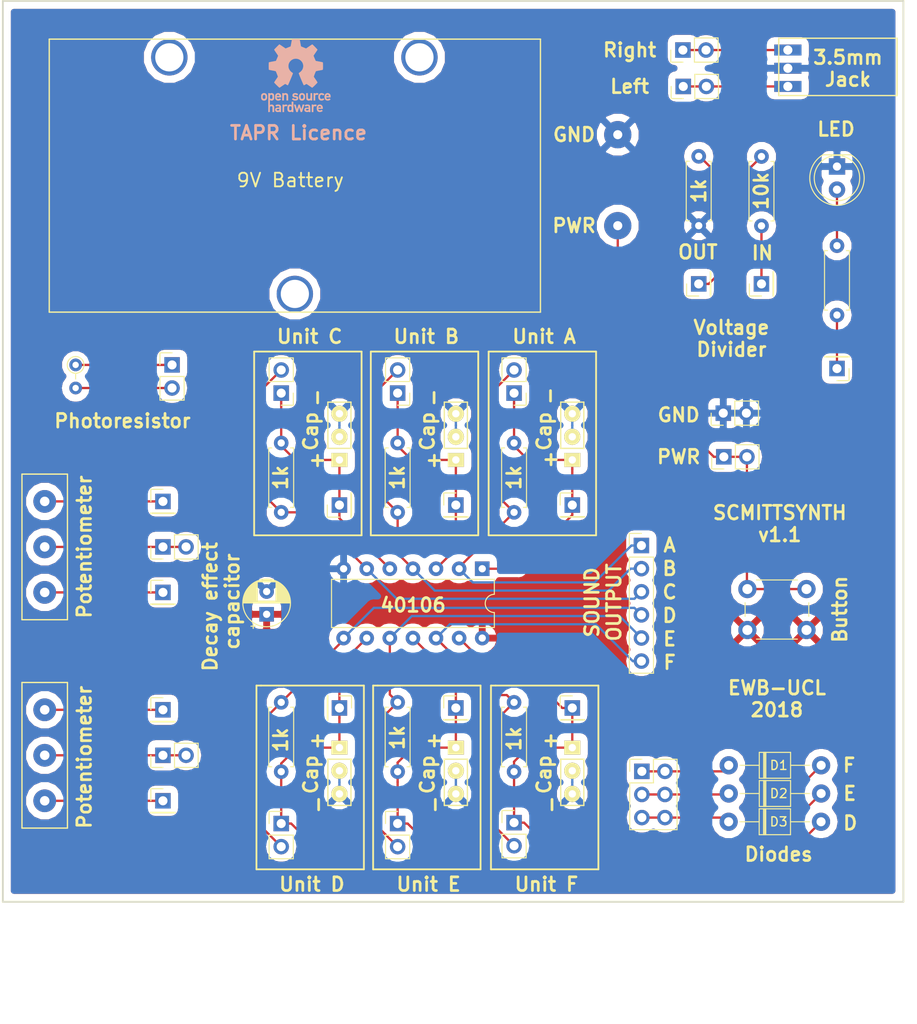
<source format=kicad_pcb>
(kicad_pcb (version 20171130) (host pcbnew "(5.0.0)")
  (layers (0 F.Cu signal hide) (31 B.Cu signal hide) (34 B.Paste user hide) (35 F.Paste user hide) (36 B.SilkS user) (37 F.SilkS user) (38 B.Mask user) (39 F.Mask user) (44 Edge.Cuts user))
  (net 0 "")
  (net 1 GND)
  (net 2 "Net-(C2-Pad1)")
  (net 3 /SYN1)
  (net 4 PWR)
  (net 5 /SYN3)
  (net 6 /SYN2)
  (net 7 "Net-(D1-Pad1)")
  (net 8 "Net-(D2-Pad1)")
  (net 9 "Net-(D3-Pad1)")
  (net 10 "Net-(J27-Pad1)")
  (net 11 "Net-(J29-Pad1)")
  (net 12 "Net-(J30-Pad1)")
  (net 13 "Net-(D4-Pad2)")
  (net 14 "Net-(J21-Pad1)")
  (net 15 "Net-(J19-Pad1)")
  (net 16 "Net-(J23-Pad1)")
  (net 17 "Net-(J24-Pad1)")
  (net 18 "Net-(J25-Pad1)")
  (net 19 "Net-(J26-Pad1)")
  (net 20 "Net-(J28-Pad1)")
  (net 21 "Net-(J31-Pad1)")
  (net 22 /OUTF)
  (net 23 /OUTE)
  (net 24 /OUTD)
  (net 25 /OUTC)
  (net 26 /OUTB)
  (net 27 /OUTA)
  (net 28 "Net-(J101-Pad1)")
  (net 29 "Net-(J101-Pad2)")
  (net 30 "Net-(C3-Pad1)")
  (net 31 "Net-(C1-Pad1)")
  (net 32 /BATT_9V)
  (module "AAA_Project Footprints:Jack_3.5mm_Boom_Precision_DC-003A" (layer F.Cu) (at 140.7 91.5 180)
    (fp_text reference J32)
    (fp_text value Audio-Jack-3)
    (pad 1 thru_hole rect (at 9 5 180) (size 3 1.2) (drill 1) (layers *.Cu *.Mask) (net 10 "Net-(J27-Pad1)"))
    (pad 3 thru_hole rect (at 9 3 180) (size 3 1.2) (drill 1) (layers *.Cu *.Mask) (net 1 GND))
    (pad 2 thru_hole rect (at 9 1 180) (size 3 1.2) (drill 1) (layers *.Cu *.Mask) (net 11 "Net-(J29-Pad1)"))
  )
  (module OSHW_Symbol:OSHW-Logo_7.5x8mm_SilkScreen_back (layer F.Cu) (at 77.6 89.3)
    (fp_text reference REF** hide)
    (fp_text value OSHW-Logo_7.5x8mm_SilkScreen_back hide)
  )
  (module Connector_PinHeader_2.54mm:PinHeader_1x02_P2.54mm_Vertical (layer F.Cu) (at 64 121.1)
    (fp_text reference J101)
    (fp_text value Conn_01x02)
    (pad 1 thru_hole rect (at 0 0) (size 1.7 1.7) (drill 1) (layers *.Cu *.Mask) (net 28 "Net-(J101-Pad1)"))
    (pad 2 thru_hole oval (at 0 2.54) (size 1.7 1.7) (drill 1) (layers *.Cu *.Mask) (net 29 "Net-(J101-Pad2)"))
  )
  (module Resistor_THT:R_Axial_DIN0204_L3.6mm_D1.6mm_P2.54mm_Vertical (layer F.Cu) (at 53.4 121.1 270)
    (fp_text reference R101)
    (fp_text value R_PHOTO)
    (pad 1 thru_hole circle (at 0 0 270) (size 1.4 1.4) (drill 0.7) (layers *.Cu *.Mask) (net 28 "Net-(J101-Pad1)"))
    (pad 2 thru_hole oval (at 2.54 0 270) (size 1.4 1.4) (drill 0.7) (layers *.Cu *.Mask) (net 29 "Net-(J101-Pad2)"))
  )
  (module Connector_PinHeader_2.54mm:PinHeader_1x06_P2.54mm_Vertical (layer F.Cu) (at 115.6 140.95)
    (fp_text reference J100)
    (fp_text value Conn_01x06)
    (pad 1 thru_hole rect (at 0 0) (size 1.7 1.7) (drill 1) (layers *.Cu *.Mask) (net 27 /OUTA))
    (pad 2 thru_hole oval (at 0 2.54) (size 1.7 1.7) (drill 1) (layers *.Cu *.Mask) (net 26 /OUTB))
    (pad 3 thru_hole oval (at 0 5.08) (size 1.7 1.7) (drill 1) (layers *.Cu *.Mask) (net 25 /OUTC))
    (pad 4 thru_hole oval (at 0 7.62) (size 1.7 1.7) (drill 1) (layers *.Cu *.Mask) (net 24 /OUTD))
    (pad 5 thru_hole oval (at 0 10.16) (size 1.7 1.7) (drill 1) (layers *.Cu *.Mask) (net 23 /OUTE))
    (pad 6 thru_hole oval (at 0 12.7) (size 1.7 1.7) (drill 1) (layers *.Cu *.Mask) (net 22 /OUTF))
  )
  (module Connector_PinHeader_2.54mm:PinHeader_1x01_P2.54mm_Vertical (layer F.Cu) (at 95.2 136.5)
    (fp_text reference J8)
    (fp_text value Conn_01x01)
    (pad 1 thru_hole rect (at 0 0) (size 1.7 1.7) (drill 1) (layers *.Cu *.Mask) (net 2 "Net-(C2-Pad1)"))
  )
  (module "AAA_Project Footprints:BatteryHolder_COMF_BH9VA_1x6F22(9V)" (layer F.Cu) (at 50 84.8)
    (fp_text reference BT1)
    (fp_text value Battery_Cell)
    (fp_text user "9V Battery" (at 27 16) (layer F.SilkS) (effects (font (size 1.5 1.5) (thickness 0.2))))
    (pad 2 thru_hole circle (at 63 11) (size 3 3) (drill 1) (layers *.Cu *.Mask) (net 1 GND))
    (pad 1 thru_hole circle (at 63 21) (size 3 3) (drill 1) (layers *.Cu *.Mask) (net 32 /BATT_9V))
  )
  (module LED_THT:LED_D5.0mm (layer F.Cu) (at 137.1 99.3 270)
    (fp_text reference D4)
    (fp_text value LED)
    (pad 1 thru_hole rect (at 0 0 270) (size 1.8 1.8) (drill 0.9) (layers *.Cu *.Mask) (net 1 GND))
    (pad 2 thru_hole circle (at 2.54 0 270) (size 1.8 1.8) (drill 0.9) (layers *.Cu *.Mask) (net 13 "Net-(D4-Pad2)"))
  )
  (module Resistor_THT:R_Axial_DIN0207_L6.3mm_D2.5mm_P7.62mm_Horizontal (layer F.Cu) (at 88.8 158.18 270)
    (fp_text reference R5)
    (fp_text value R)
    (pad 1 thru_hole circle (at 0 0 270) (size 1.6 1.6) (drill 0.8) (layers *.Cu *.Mask) (net 23 /OUTE))
    (pad 2 thru_hole oval (at 7.62 0 270) (size 1.6 1.6) (drill 0.8) (layers *.Cu *.Mask) (net 6 /SYN2))
  )
  (module "AAA_Project Footprints:Diode_P10.16mm_Horizontal" (layer F.Cu) (at 125.189434 171.304251)
    (fp_text reference D3 (at 5.5 0) (layer F.SilkS))
    (fp_text value D)
    (pad 1 thru_hole circle (at 0 0) (size 2 2) (drill 1) (layers *.Cu *.Mask) (net 9 "Net-(D3-Pad1)"))
    (pad 2 thru_hole oval (at 10.16 0) (size 2 2) (drill 1) (layers *.Cu *.Mask) (net 5 /SYN3))
  )
  (module "AAA_Project Footprints:Diode_P10.16mm_Horizontal" (layer F.Cu) (at 125.2 168.2)
    (fp_text reference D2 (at 5.5 0) (layer F.SilkS))
    (fp_text value D)
    (pad 2 thru_hole oval (at 10.16 0) (size 2 2) (drill 1) (layers *.Cu *.Mask) (net 6 /SYN2))
    (pad 1 thru_hole circle (at 0 0) (size 2 2) (drill 1) (layers *.Cu *.Mask) (net 8 "Net-(D2-Pad1)"))
  )
  (module "AAA_Project Footprints:Diode_P10.16mm_Horizontal" (layer F.Cu) (at 125.2 165.1)
    (fp_text reference D1 (at 5.5 0) (layer F.SilkS))
    (fp_text value D)
    (pad 1 thru_hole circle (at 0 0) (size 2 2) (drill 1) (layers *.Cu *.Mask) (net 7 "Net-(D1-Pad1)"))
    (pad 2 thru_hole oval (at 10.16 0) (size 2 2) (drill 1) (layers *.Cu *.Mask) (net 3 /SYN1))
  )
  (module "AAA_Project Footprints:cap_2+3" (layer F.Cu) (at 108 129 90)
    (fp_text reference C1)
    (fp_text value CP)
    (pad 1 thru_hole rect (at -2.54 0 90) (size 1.524 1.778) (drill 0.8128) (layers *.Cu *.Mask F.SilkS) (net 31 "Net-(C1-Pad1)"))
    (pad 2 thru_hole circle (at 0 0 90) (size 1.778 1.778) (drill 0.8128) (layers *.Cu *.Mask F.SilkS) (net 1 GND))
    (pad 2 thru_hole circle (at 2.54 0 90) (size 1.778 1.778) (drill 0.8128) (layers *.Cu *.Mask F.SilkS) (net 1 GND))
  )
  (module "AAA_Project Footprints:cap_2+3" (layer F.Cu) (at 95.2 129 90)
    (fp_text reference C2)
    (fp_text value CP)
    (pad 2 thru_hole circle (at 2.54 0 90) (size 1.778 1.778) (drill 0.8128) (layers *.Cu *.Mask F.SilkS) (net 1 GND))
    (pad 2 thru_hole circle (at 0 0 90) (size 1.778 1.778) (drill 0.8128) (layers *.Cu *.Mask F.SilkS) (net 1 GND))
    (pad 1 thru_hole rect (at -2.54 0 90) (size 1.524 1.778) (drill 0.8128) (layers *.Cu *.Mask F.SilkS) (net 2 "Net-(C2-Pad1)"))
  )
  (module "AAA_Project Footprints:cap_2+3" (layer F.Cu) (at 82.4 129 90)
    (fp_text reference C3)
    (fp_text value CP)
    (pad 2 thru_hole circle (at 2.54 0 90) (size 1.778 1.778) (drill 0.8128) (layers *.Cu *.Mask F.SilkS) (net 1 GND))
    (pad 2 thru_hole circle (at 0 0 90) (size 1.778 1.778) (drill 0.8128) (layers *.Cu *.Mask F.SilkS) (net 1 GND))
    (pad 1 thru_hole rect (at -2.54 0 90) (size 1.524 1.778) (drill 0.8128) (layers *.Cu *.Mask F.SilkS) (net 30 "Net-(C3-Pad1)"))
  )
  (module "AAA_Project Footprints:cap_2+3" (layer F.Cu) (at 82.4 165.7 270)
    (fp_text reference C4)
    (fp_text value CP)
    (pad 2 thru_hole circle (at 2.54 0 270) (size 1.778 1.778) (drill 0.8128) (layers *.Cu *.Mask F.SilkS) (net 1 GND))
    (pad 2 thru_hole circle (at 0 0 270) (size 1.778 1.778) (drill 0.8128) (layers *.Cu *.Mask F.SilkS) (net 1 GND))
    (pad 1 thru_hole rect (at -2.54 0 270) (size 1.524 1.778) (drill 0.8128) (layers *.Cu *.Mask F.SilkS) (net 5 /SYN3))
  )
  (module "AAA_Project Footprints:cap_2+3" (layer F.Cu) (at 108 165.7 270)
    (fp_text reference C6)
    (fp_text value CP)
    (pad 1 thru_hole rect (at -2.54 0 270) (size 1.524 1.778) (drill 0.8128) (layers *.Cu *.Mask F.SilkS) (net 3 /SYN1))
    (pad 2 thru_hole circle (at 0 0 270) (size 1.778 1.778) (drill 0.8128) (layers *.Cu *.Mask F.SilkS) (net 1 GND))
    (pad 2 thru_hole circle (at 2.54 0 270) (size 1.778 1.778) (drill 0.8128) (layers *.Cu *.Mask F.SilkS) (net 1 GND))
  )
  (module Connector_PinHeader_2.54mm:PinHeader_1x02_P2.54mm_Vertical (layer F.Cu) (at 101.6 124.2 180)
    (fp_text reference J2)
    (fp_text value Conn_01x02)
    (pad 2 thru_hole oval (at 0 2.54 180) (size 1.7 1.7) (drill 1) (layers *.Cu *.Mask) (net 27 /OUTA))
    (pad 1 thru_hole rect (at 0 0 180) (size 1.7 1.7) (drill 1) (layers *.Cu *.Mask) (net 31 "Net-(C1-Pad1)"))
  )
  (module Connector_PinHeader_2.54mm:PinHeader_1x02_P2.54mm_Vertical (layer F.Cu) (at 76 171.5)
    (fp_text reference J9)
    (fp_text value Conn_01x02)
    (pad 2 thru_hole oval (at 0 2.54) (size 1.7 1.7) (drill 1) (layers *.Cu *.Mask) (net 24 /OUTD))
    (pad 1 thru_hole rect (at 0 0) (size 1.7 1.7) (drill 1) (layers *.Cu *.Mask) (net 5 /SYN3))
  )
  (module Connector_PinHeader_2.54mm:PinHeader_1x02_P2.54mm_Vertical (layer F.Cu) (at 124.66 131.2 90)
    (fp_text reference J18)
    (fp_text value Conn_01x02)
    (pad 2 thru_hole oval (at 0 2.54 90) (size 1.7 1.7) (drill 1) (layers *.Cu *.Mask) (net 32 /BATT_9V))
    (pad 1 thru_hole rect (at 0 0 90) (size 1.7 1.7) (drill 1) (layers *.Cu *.Mask) (net 32 /BATT_9V))
  )
  (module Connector_PinHeader_2.54mm:PinHeader_1x01_P2.54mm_Vertical (layer F.Cu) (at 63 169)
    (fp_text reference J19)
    (fp_text value Conn_01x01)
    (pad 1 thru_hole rect (at 0 0) (size 1.7 1.7) (drill 1) (layers *.Cu *.Mask) (net 15 "Net-(J19-Pad1)"))
  )
  (module Connector_PinHeader_2.54mm:PinHeader_1x02_P2.54mm_Vertical (layer F.Cu) (at 124.6 126.4 90)
    (fp_text reference J22)
    (fp_text value Conn_01x02)
    (pad 2 thru_hole oval (at 0 2.54 90) (size 1.7 1.7) (drill 1) (layers *.Cu *.Mask) (net 1 GND))
    (pad 1 thru_hole rect (at 0 0 90) (size 1.7 1.7) (drill 1) (layers *.Cu *.Mask) (net 1 GND))
  )
  (module Connector_PinHeader_2.54mm:PinHeader_1x01_P2.54mm_Vertical (layer F.Cu) (at 128.8 112.2 90)
    (fp_text reference J26)
    (fp_text value Conn_01x01)
    (pad 1 thru_hole rect (at 0 0 90) (size 1.7 1.7) (drill 1) (layers *.Cu *.Mask) (net 19 "Net-(J26-Pad1)"))
  )
  (module Connector_PinHeader_2.54mm:PinHeader_1x01_P2.54mm_Vertical (layer F.Cu) (at 121.9 112.2 90)
    (fp_text reference J30)
    (fp_text value Conn_01x01)
    (pad 1 thru_hole rect (at 0 0 90) (size 1.7 1.7) (drill 1) (layers *.Cu *.Mask) (net 12 "Net-(J30-Pad1)"))
  )
  (module Connector_PinHeader_2.54mm:PinHeader_1x01_P2.54mm_Vertical (layer F.Cu) (at 63 146.1)
    (fp_text reference J31)
    (fp_text value Conn_01x01)
    (pad 1 thru_hole rect (at 0 0) (size 1.7 1.7) (drill 1) (layers *.Cu *.Mask) (net 21 "Net-(J31-Pad1)"))
  )
  (module Resistor_THT:R_Axial_DIN0207_L6.3mm_D2.5mm_P7.62mm_Horizontal (layer F.Cu) (at 101.6 137.3 90)
    (fp_text reference R1)
    (fp_text value R)
    (pad 2 thru_hole oval (at 7.62 0 90) (size 1.6 1.6) (drill 0.8) (layers *.Cu *.Mask) (net 31 "Net-(C1-Pad1)"))
    (pad 1 thru_hole circle (at 0 0 90) (size 1.6 1.6) (drill 0.8) (layers *.Cu *.Mask) (net 27 /OUTA))
  )
  (module Resistor_THT:R_Axial_DIN0207_L6.3mm_D2.5mm_P7.62mm_Horizontal (layer F.Cu) (at 88.8 137.3 90)
    (fp_text reference R2)
    (fp_text value R)
    (pad 1 thru_hole circle (at 0 0 90) (size 1.6 1.6) (drill 0.8) (layers *.Cu *.Mask) (net 26 /OUTB))
    (pad 2 thru_hole oval (at 7.62 0 90) (size 1.6 1.6) (drill 0.8) (layers *.Cu *.Mask) (net 2 "Net-(C2-Pad1)"))
  )
  (module Resistor_THT:R_Axial_DIN0207_L6.3mm_D2.5mm_P7.62mm_Horizontal (layer F.Cu) (at 76 137.3 90)
    (fp_text reference R3)
    (fp_text value R)
    (pad 1 thru_hole circle (at 0 0 90) (size 1.6 1.6) (drill 0.8) (layers *.Cu *.Mask) (net 25 /OUTC))
    (pad 2 thru_hole oval (at 7.62 0 90) (size 1.6 1.6) (drill 0.8) (layers *.Cu *.Mask) (net 30 "Net-(C3-Pad1)"))
  )
  (module Resistor_THT:R_Axial_DIN0207_L6.3mm_D2.5mm_P7.62mm_Horizontal (layer F.Cu) (at 76 158.18 270)
    (fp_text reference R4)
    (fp_text value R)
    (pad 2 thru_hole oval (at 7.62 0 270) (size 1.6 1.6) (drill 0.8) (layers *.Cu *.Mask) (net 5 /SYN3))
    (pad 1 thru_hole circle (at 0 0 270) (size 1.6 1.6) (drill 0.8) (layers *.Cu *.Mask) (net 24 /OUTD))
  )
  (module Resistor_THT:R_Axial_DIN0207_L6.3mm_D2.5mm_P7.62mm_Horizontal (layer F.Cu) (at 101.6 158.18 270)
    (fp_text reference R6)
    (fp_text value R)
    (pad 1 thru_hole circle (at 0 0 270) (size 1.6 1.6) (drill 0.8) (layers *.Cu *.Mask) (net 22 /OUTF))
    (pad 2 thru_hole oval (at 7.62 0 270) (size 1.6 1.6) (drill 0.8) (layers *.Cu *.Mask) (net 3 /SYN1))
  )
  (module Resistor_THT:R_Axial_DIN0207_L6.3mm_D2.5mm_P7.62mm_Horizontal (layer F.Cu) (at 137.1 108 270)
    (fp_text reference R7)
    (fp_text value R)
    (pad 1 thru_hole circle (at 0 0 270) (size 1.6 1.6) (drill 0.8) (layers *.Cu *.Mask) (net 13 "Net-(D4-Pad2)"))
    (pad 2 thru_hole oval (at 7.62 0 270) (size 1.6 1.6) (drill 0.8) (layers *.Cu *.Mask) (net 17 "Net-(J24-Pad1)"))
  )
  (module Resistor_THT:R_Axial_DIN0207_L6.3mm_D2.5mm_P7.62mm_Horizontal (layer F.Cu) (at 128.8 98.2 270)
    (fp_text reference R8)
    (fp_text value R)
    (pad 2 thru_hole oval (at 7.62 0 270) (size 1.6 1.6) (drill 0.8) (layers *.Cu *.Mask) (net 19 "Net-(J26-Pad1)"))
    (pad 1 thru_hole circle (at 0 0 270) (size 1.6 1.6) (drill 0.8) (layers *.Cu *.Mask) (net 12 "Net-(J30-Pad1)"))
  )
  (module Resistor_THT:R_Axial_DIN0207_L6.3mm_D2.5mm_P7.62mm_Horizontal (layer F.Cu) (at 121.9 105.8 90)
    (fp_text reference R9)
    (fp_text value R)
    (pad 2 thru_hole oval (at 7.62 0 90) (size 1.6 1.6) (drill 0.8) (layers *.Cu *.Mask) (net 12 "Net-(J30-Pad1)"))
    (pad 1 thru_hole circle (at 0 0 90) (size 1.6 1.6) (drill 0.8) (layers *.Cu *.Mask) (net 1 GND))
  )
  (module "AAA_Project Footprints:SR_PASSIVES_POT_PW1.00_P5.00" (layer F.Cu) (at 50 164 270)
    (fp_text reference RV1)
    (fp_text value POT)
    (pad 3 thru_hole circle (at 5 0 270) (size 2.5 2.5) (drill 1.05) (layers *.Cu *.Mask) (net 15 "Net-(J19-Pad1)"))
    (pad 2 thru_hole circle (at 0 0 270) (size 2.5 2.5) (drill 1.05) (layers *.Cu *.Mask) (net 14 "Net-(J21-Pad1)"))
    (pad 1 thru_hole circle (at -5 0 270) (size 2.5 2.5) (drill 1.05) (layers *.Cu *.Mask) (net 16 "Net-(J23-Pad1)"))
  )
  (module "AAA_Project Footprints:SR_PASSIVES_POT_PW1.00_P5.00" (layer F.Cu) (at 50 141.1 90)
    (fp_text reference RV2)
    (fp_text value POT)
    (pad 1 thru_hole circle (at -5 0 90) (size 2.5 2.5) (drill 1.05) (layers *.Cu *.Mask) (net 21 "Net-(J31-Pad1)"))
    (pad 2 thru_hole circle (at 0 0 90) (size 2.5 2.5) (drill 1.05) (layers *.Cu *.Mask) (net 20 "Net-(J28-Pad1)"))
    (pad 3 thru_hole circle (at 5 0 90) (size 2.5 2.5) (drill 1.05) (layers *.Cu *.Mask) (net 18 "Net-(J25-Pad1)"))
  )
  (module Button_Switch_THT:SW_PUSH_6mm (layer F.Cu) (at 127.25 145.7325)
    (fp_text reference SW1)
    (fp_text value SW_DIP_x02)
    (pad 2 thru_hole circle (at 0 4.5 90) (size 2 2) (drill 1.1) (layers *.Cu *.Mask) (net 4 PWR))
    (pad 1 thru_hole circle (at 0 0 90) (size 2 2) (drill 1.1) (layers *.Cu *.Mask) (net 32 /BATT_9V))
    (pad 2 thru_hole circle (at 6.5 4.5 90) (size 2 2) (drill 1.1) (layers *.Cu *.Mask) (net 4 PWR))
    (pad 1 thru_hole circle (at 6.5 0 90) (size 2 2) (drill 1.1) (layers *.Cu *.Mask) (net 32 /BATT_9V))
  )
  (module Package_DIP:DIP-14_W7.62mm (layer F.Cu) (at 98.1 143.5 270)
    (fp_text reference U1)
    (fp_text value 40106)
    (pad 1 thru_hole rect (at 0 0 270) (size 1.6 1.6) (drill 0.8) (layers *.Cu *.Mask) (net 31 "Net-(C1-Pad1)"))
    (pad 8 thru_hole oval (at 7.62 15.24 270) (size 1.6 1.6) (drill 0.8) (layers *.Cu *.Mask) (net 24 /OUTD))
    (pad 2 thru_hole oval (at 0 2.54 270) (size 1.6 1.6) (drill 0.8) (layers *.Cu *.Mask) (net 27 /OUTA))
    (pad 9 thru_hole oval (at 7.62 12.7 270) (size 1.6 1.6) (drill 0.8) (layers *.Cu *.Mask) (net 5 /SYN3))
    (pad 3 thru_hole oval (at 0 5.08 270) (size 1.6 1.6) (drill 0.8) (layers *.Cu *.Mask) (net 2 "Net-(C2-Pad1)"))
    (pad 10 thru_hole oval (at 7.62 10.16 270) (size 1.6 1.6) (drill 0.8) (layers *.Cu *.Mask) (net 23 /OUTE))
    (pad 4 thru_hole oval (at 0 7.62 270) (size 1.6 1.6) (drill 0.8) (layers *.Cu *.Mask) (net 26 /OUTB))
    (pad 11 thru_hole oval (at 7.62 7.62 270) (size 1.6 1.6) (drill 0.8) (layers *.Cu *.Mask) (net 6 /SYN2))
    (pad 5 thru_hole oval (at 0 10.16 270) (size 1.6 1.6) (drill 0.8) (layers *.Cu *.Mask) (net 30 "Net-(C3-Pad1)"))
    (pad 12 thru_hole oval (at 7.62 5.08 270) (size 1.6 1.6) (drill 0.8) (layers *.Cu *.Mask) (net 22 /OUTF))
    (pad 6 thru_hole oval (at 0 12.7 270) (size 1.6 1.6) (drill 0.8) (layers *.Cu *.Mask) (net 25 /OUTC))
    (pad 13 thru_hole oval (at 7.62 2.54 270) (size 1.6 1.6) (drill 0.8) (layers *.Cu *.Mask) (net 3 /SYN1))
    (pad 7 thru_hole oval (at 0 15.24 270) (size 1.6 1.6) (drill 0.8) (layers *.Cu *.Mask) (net 1 GND))
    (pad 14 thru_hole oval (at 7.62 0 270) (size 1.6 1.6) (drill 0.8) (layers *.Cu *.Mask) (net 4 PWR))
  )
  (module "AAA_Project Footprints:cap_2+3" (layer F.Cu) (at 95.2 165.7 270)
    (fp_text reference C5)
    (fp_text value CP)
    (pad 1 thru_hole rect (at -2.54 0 270) (size 1.524 1.778) (drill 0.8128) (layers *.Cu *.Mask F.SilkS) (net 6 /SYN2))
    (pad 2 thru_hole circle (at 0 0 270) (size 1.778 1.778) (drill 0.8128) (layers *.Cu *.Mask F.SilkS) (net 1 GND))
    (pad 2 thru_hole circle (at 2.54 0 270) (size 1.778 1.778) (drill 0.8128) (layers *.Cu *.Mask F.SilkS) (net 1 GND))
  )
  (module Capacitor_THT:CP_Radial_D5.0mm_P2.50mm (layer F.Cu) (at 74.4 148.505113 90)
    (fp_text reference C7)
    (fp_text value CP)
    (pad 1 thru_hole rect (at 0 0 90) (size 1.6 1.6) (drill 0.8) (layers *.Cu *.Mask) (net 4 PWR))
    (pad 2 thru_hole circle (at 2.5 0 90) (size 1.6 1.6) (drill 0.8) (layers *.Cu *.Mask) (net 1 GND))
  )
  (module Connector_PinHeader_2.54mm:PinHeader_1x01_P2.54mm_Vertical (layer F.Cu) (at 108 136.5)
    (fp_text reference J1)
    (fp_text value Conn_01x01)
    (pad 1 thru_hole rect (at 0 0) (size 1.7 1.7) (drill 1) (layers *.Cu *.Mask) (net 31 "Net-(C1-Pad1)"))
  )
  (module Connector_PinHeader_2.54mm:PinHeader_1x02_P2.54mm_Vertical (layer F.Cu) (at 88.8 124.2 180)
    (fp_text reference J3)
    (fp_text value Conn_01x02)
    (pad 1 thru_hole rect (at 0 0 180) (size 1.7 1.7) (drill 1) (layers *.Cu *.Mask) (net 2 "Net-(C2-Pad1)"))
    (pad 2 thru_hole oval (at 0 2.54 180) (size 1.7 1.7) (drill 1) (layers *.Cu *.Mask) (net 26 /OUTB))
  )
  (module Connector_PinHeader_2.54mm:PinHeader_1x01_P2.54mm_Vertical (layer F.Cu) (at 82.4 136.5 90)
    (fp_text reference J4)
    (fp_text value Conn_01x01)
    (pad 1 thru_hole rect (at 0 0 90) (size 1.7 1.7) (drill 1) (layers *.Cu *.Mask) (net 30 "Net-(C3-Pad1)"))
  )
  (module Connector_PinHeader_2.54mm:PinHeader_1x02_P2.54mm_Vertical (layer F.Cu) (at 76 124.2 180)
    (fp_text reference J5)
    (fp_text value Conn_01x02)
    (pad 2 thru_hole oval (at 0 2.54 180) (size 1.7 1.7) (drill 1) (layers *.Cu *.Mask) (net 25 /OUTC))
    (pad 1 thru_hole rect (at 0 0 180) (size 1.7 1.7) (drill 1) (layers *.Cu *.Mask) (net 30 "Net-(C3-Pad1)"))
  )
  (module Connector_PinHeader_2.54mm:PinHeader_1x01_P2.54mm_Vertical (layer F.Cu) (at 82.4 158.8 270)
    (fp_text reference J7)
    (fp_text value Conn_01x01)
    (pad 1 thru_hole rect (at 0 0 270) (size 1.7 1.7) (drill 1) (layers *.Cu *.Mask) (net 5 /SYN3))
  )
  (module Connector_PinHeader_2.54mm:PinHeader_1x01_P2.54mm_Vertical (layer F.Cu) (at 95.2 158.8)
    (fp_text reference J11)
    (fp_text value Conn_01x01)
    (pad 1 thru_hole rect (at 0 0) (size 1.7 1.7) (drill 1) (layers *.Cu *.Mask) (net 6 /SYN2))
  )
  (module Connector_PinHeader_2.54mm:PinHeader_1x01_P2.54mm_Vertical (layer F.Cu) (at 108 158.8)
    (fp_text reference J12)
    (fp_text value Conn_01x01)
    (pad 1 thru_hole rect (at 0 0) (size 1.7 1.7) (drill 1) (layers *.Cu *.Mask) (net 3 /SYN1))
  )
  (module Connector_PinHeader_2.54mm:PinHeader_1x02_P2.54mm_Vertical (layer F.Cu) (at 88.8 171.5)
    (fp_text reference J13)
    (fp_text value Conn_01x02)
    (pad 2 thru_hole oval (at 0 2.54) (size 1.7 1.7) (drill 1) (layers *.Cu *.Mask) (net 23 /OUTE))
    (pad 1 thru_hole rect (at 0 0) (size 1.7 1.7) (drill 1) (layers *.Cu *.Mask) (net 6 /SYN2))
  )
  (module Connector_PinHeader_2.54mm:PinHeader_1x02_P2.54mm_Vertical (layer F.Cu) (at 101.6 171.4)
    (fp_text reference J14)
    (fp_text value Conn_01x02)
    (pad 1 thru_hole rect (at 0 0) (size 1.7 1.7) (drill 1) (layers *.Cu *.Mask) (net 3 /SYN1))
    (pad 2 thru_hole oval (at 0 2.54) (size 1.7 1.7) (drill 1) (layers *.Cu *.Mask) (net 22 /OUTF))
  )
  (module Connector_PinHeader_2.54mm:PinHeader_2x03_P2.54mm_Vertical (layer F.Cu) (at 115.649434 165.764251)
    (fp_text reference J16)
    (fp_text value Conn_02x03_Counter_Clockwise)
    (pad 1 thru_hole rect (at 0 0) (size 1.7 1.7) (drill 1) (layers *.Cu *.Mask) (net 7 "Net-(D1-Pad1)"))
    (pad 2 thru_hole oval (at 2.54 0) (size 1.7 1.7) (drill 1) (layers *.Cu *.Mask) (net 7 "Net-(D1-Pad1)"))
    (pad 3 thru_hole oval (at 0 2.54) (size 1.7 1.7) (drill 1) (layers *.Cu *.Mask) (net 8 "Net-(D2-Pad1)"))
    (pad 4 thru_hole oval (at 2.54 2.54) (size 1.7 1.7) (drill 1) (layers *.Cu *.Mask) (net 8 "Net-(D2-Pad1)"))
    (pad 5 thru_hole oval (at 0 5.08) (size 1.7 1.7) (drill 1) (layers *.Cu *.Mask) (net 9 "Net-(D3-Pad1)"))
    (pad 6 thru_hole oval (at 2.54 5.08) (size 1.7 1.7) (drill 1) (layers *.Cu *.Mask) (net 9 "Net-(D3-Pad1)"))
  )
  (module Connector_PinHeader_2.54mm:PinHeader_1x02_P2.54mm_Vertical (layer F.Cu) (at 63 164 90)
    (fp_text reference J21)
    (fp_text value Conn_01x02)
    (pad 2 thru_hole oval (at 0 2.54 90) (size 1.7 1.7) (drill 1) (layers *.Cu *.Mask) (net 14 "Net-(J21-Pad1)"))
    (pad 1 thru_hole rect (at 0 0 90) (size 1.7 1.7) (drill 1) (layers *.Cu *.Mask) (net 14 "Net-(J21-Pad1)"))
  )
  (module Connector_PinHeader_2.54mm:PinHeader_1x01_P2.54mm_Vertical (layer F.Cu) (at 63 159)
    (fp_text reference J23)
    (fp_text value Conn_01x01)
    (pad 1 thru_hole rect (at 0 0) (size 1.7 1.7) (drill 1) (layers *.Cu *.Mask) (net 16 "Net-(J23-Pad1)"))
  )
  (module Connector_PinHeader_2.54mm:PinHeader_1x01_P2.54mm_Vertical (layer F.Cu) (at 137.1 121.5 180)
    (fp_text reference J24)
    (fp_text value Conn_01x01)
    (pad 1 thru_hole rect (at 0 0 180) (size 1.7 1.7) (drill 1) (layers *.Cu *.Mask) (net 17 "Net-(J24-Pad1)"))
  )
  (module Connector_PinHeader_2.54mm:PinHeader_1x01_P2.54mm_Vertical (layer F.Cu) (at 63 136.1)
    (fp_text reference J25)
    (fp_text value Conn_01x01)
    (pad 1 thru_hole rect (at 0 0) (size 1.7 1.7) (drill 1) (layers *.Cu *.Mask) (net 18 "Net-(J25-Pad1)"))
  )
  (module Connector_PinHeader_2.54mm:PinHeader_1x02_P2.54mm_Vertical (layer F.Cu) (at 120.16 86.5 90)
    (fp_text reference J27)
    (fp_text value Conn_01x02)
    (pad 2 thru_hole oval (at 0 2.54 90) (size 1.7 1.7) (drill 1) (layers *.Cu *.Mask) (net 10 "Net-(J27-Pad1)"))
    (pad 1 thru_hole rect (at 0 0 90) (size 1.7 1.7) (drill 1) (layers *.Cu *.Mask) (net 10 "Net-(J27-Pad1)"))
  )
  (module Connector_PinHeader_2.54mm:PinHeader_1x02_P2.54mm_Vertical (layer F.Cu) (at 63 141.1 90)
    (fp_text reference J28)
    (fp_text value Conn_01x02)
    (pad 1 thru_hole rect (at 0 0 90) (size 1.7 1.7) (drill 1) (layers *.Cu *.Mask) (net 20 "Net-(J28-Pad1)"))
    (pad 2 thru_hole oval (at 0 2.54 90) (size 1.7 1.7) (drill 1) (layers *.Cu *.Mask) (net 20 "Net-(J28-Pad1)"))
  )
  (module Connector_PinHeader_2.54mm:PinHeader_1x02_P2.54mm_Vertical (layer F.Cu) (at 120.2 90.5 90)
    (fp_text reference J29)
    (fp_text value Conn_01x02)
    (pad 1 thru_hole rect (at 0 0 90) (size 1.7 1.7) (drill 1) (layers *.Cu *.Mask) (net 11 "Net-(J29-Pad1)"))
    (pad 2 thru_hole oval (at 0 2.54 90) (size 1.7 1.7) (drill 1) (layers *.Cu *.Mask) (net 11 "Net-(J29-Pad1)"))
  )
  (gr_text "TAPR Licence" (at 77.9 95.6) (layer B.SilkS) (effects (font (size 1.5 1.5) (thickness 0.3))))
  (gr_text Cap (at 104.902 128.397 90) (layer F.SilkS) (effects (font (size 1.5 1.5) (thickness 0.3))))
  (gr_text - (at 105.5 124.5 90) (layer F.SilkS) (effects (font (size 1.5 1.5) (thickness 0.3))))
  (gr_text + (at 80 131.5) (layer F.SilkS) (effects (font (size 1.5 1.5) (thickness 0.3))))
  (gr_text - (at 79.9 124.7 90) (layer F.SilkS) (effects (font (size 1.5 1.5) (thickness 0.3))))
  (gr_text - (at 92.7 124.7 90) (layer F.SilkS) (effects (font (size 1.5 1.5) (thickness 0.3))))
  (gr_text Cap (at 79.248 128.397 90) (layer F.SilkS) (effects (font (size 1.5 1.5) (thickness 0.3))))
  (gr_text Cap (at 92.075 128.397 90) (layer F.SilkS) (effects (font (size 1.5 1.5) (thickness 0.3))))
  (gr_text + (at 105.664 131.4) (layer F.SilkS) (effects (font (size 1.5 1.5) (thickness 0.3))))
  (gr_text + (at 92.837 131.5) (layer F.SilkS) (effects (font (size 1.5 1.5) (thickness 0.3))))
  (gr_text + (at 105.664 162.306) (layer F.SilkS) (effects (font (size 1.5 1.5) (thickness 0.3))))
  (gr_text - (at 105.664 169.418 90) (layer F.SilkS) (effects (font (size 1.5 1.5) (thickness 0.3))))
  (gr_text - (at 80.01 169.418 90) (layer F.SilkS) (effects (font (size 1.5 1.5) (thickness 0.3))))
  (gr_text + (at 80.01 162.306) (layer F.SilkS) (effects (font (size 1.5 1.5) (thickness 0.3))))
  (gr_text - (at 92.837 169.418 90) (layer F.SilkS) (effects (font (size 1.5 1.5) (thickness 0.3))))
  (gr_text + (at 92.837 162.306) (layer F.SilkS) (effects (font (size 1.5 1.5) (thickness 0.3))))
  (gr_text Cap (at 104.902 166.116 90) (layer F.SilkS) (effects (font (size 1.5 1.5) (thickness 0.3))))
  (gr_text Cap (at 79.248 166.116 90) (layer F.SilkS) (effects (font (size 1.5 1.5) (thickness 0.3))))
  (gr_text "Unit B" (at 91.948 117.983) (layer F.SilkS) (effects (font (size 1.5 1.5) (thickness 0.3))))
  (gr_text "Unit A" (at 104.902 117.983) (layer F.SilkS) (effects (font (size 1.5 1.5) (thickness 0.3))))
  (gr_text "Unit C" (at 79.121 117.983) (layer F.SilkS) (effects (font (size 1.5 1.5) (thickness 0.3))))
  (gr_line (start 86.36 119.634) (end 97.663 119.634) (layer F.SilkS) (width 0.2))
  (gr_line (start 97.663 119.634) (end 97.663 139.827) (layer F.SilkS) (width 0.2))
  (gr_line (start 84.836 139.827) (end 73.025 139.827) (layer F.SilkS) (width 0.2))
  (gr_line (start 85.852 119.634) (end 86.36 119.634) (layer F.SilkS) (width 0.2))
  (gr_line (start 73.025 119.634) (end 73.533 119.634) (layer F.SilkS) (width 0.2))
  (gr_line (start 73.025 139.827) (end 73.025 119.634) (layer F.SilkS) (width 0.2))
  (gr_line (start 98.806 139.827) (end 98.806 119.634) (layer F.SilkS) (width 0.2))
  (gr_line (start 97.663 139.827) (end 85.852 139.827) (layer F.SilkS) (width 0.2))
  (gr_line (start 98.806 119.634) (end 99.314 119.634) (layer F.SilkS) (width 0.2))
  (gr_line (start 99.314 119.634) (end 110.617 119.634) (layer F.SilkS) (width 0.2))
  (gr_line (start 110.617 139.827) (end 98.806 139.827) (layer F.SilkS) (width 0.2))
  (gr_line (start 85.852 139.827) (end 85.852 119.634) (layer F.SilkS) (width 0.2))
  (gr_line (start 110.617 119.634) (end 110.617 139.827) (layer F.SilkS) (width 0.2))
  (gr_line (start 73.533 119.634) (end 84.836 119.634) (layer F.SilkS) (width 0.2))
  (gr_line (start 84.836 119.634) (end 84.836 139.827) (layer F.SilkS) (width 0.2))
  (gr_text "Unit F" (at 105.156 178.181) (layer F.SilkS) (effects (font (size 1.5 1.5) (thickness 0.3))))
  (gr_line (start 99.568 156.337) (end 110.871 156.337) (layer F.SilkS) (width 0.2))
  (gr_line (start 110.871 156.337) (end 110.871 176.53) (layer F.SilkS) (width 0.2))
  (gr_line (start 99.06 156.337) (end 99.568 156.337) (layer F.SilkS) (width 0.2))
  (gr_line (start 110.871 176.53) (end 99.06 176.53) (layer F.SilkS) (width 0.2))
  (gr_line (start 99.06 176.53) (end 99.06 156.337) (layer F.SilkS) (width 0.2))
  (gr_text "Unit E" (at 92.202 178.181) (layer F.SilkS) (effects (font (size 1.5 1.5) (thickness 0.3))))
  (gr_line (start 97.917 176.53) (end 86.106 176.53) (layer F.SilkS) (width 0.2))
  (gr_line (start 86.106 156.337) (end 86.614 156.337) (layer F.SilkS) (width 0.2))
  (gr_line (start 86.106 176.53) (end 86.106 156.337) (layer F.SilkS) (width 0.2))
  (gr_line (start 86.614 156.337) (end 97.917 156.337) (layer F.SilkS) (width 0.2))
  (gr_line (start 97.917 156.337) (end 97.917 176.53) (layer F.SilkS) (width 0.2))
  (gr_line (start 73.279 156.337) (end 73.787 156.337) (layer F.SilkS) (width 0.2))
  (gr_line (start 73.279 176.53) (end 73.279 156.337) (layer F.SilkS) (width 0.2))
  (gr_line (start 85.09 176.53) (end 73.279 176.53) (layer F.SilkS) (width 0.2))
  (gr_line (start 85.09 156.337) (end 85.09 176.53) (layer F.SilkS) (width 0.2))
  (gr_line (start 73.787 156.337) (end 85.09 156.337) (layer F.SilkS) (width 0.2))
  (gr_text Cap (at 92.075 166.116 90) (layer F.SilkS) (effects (font (size 1.5 1.5) (thickness 0.3))))
  (gr_text "Decay effect \ncapacitor" (at 69.4 147.1 90) (layer F.SilkS) (effects (font (size 1.5 1.5) (thickness 0.3))))
  (gr_text "3.5mm\nJack" (at 138.303 88.519) (layer F.SilkS) (effects (font (size 1.5 1.5) (thickness 0.3))))
  (gr_text Potentiometer (at 54.356 141.097 90) (layer F.SilkS) (effects (font (size 1.5 1.5) (thickness 0.3))))
  (gr_text 10k (at 128.778 101.981 90) (layer F.SilkS) (effects (font (size 1.5 1.5) (thickness 0.3))))
  (gr_text Diodes (at 130.683 174.879) (layer F.SilkS) (effects (font (size 1.5 1.5) (thickness 0.3))))
  (gr_text Button (at 137.414 147.955 90) (layer F.SilkS) (effects (font (size 1.5 1.5) (thickness 0.3))))
  (gr_text 1k (at 121.92 101.981 90) (layer F.SilkS) (effects (font (size 1.5 1.5) (thickness 0.3))))
  (gr_text 1k (at 101.6 133.477 90) (layer F.SilkS) (effects (font (size 1.5 1.5) (thickness 0.3))))
  (gr_text 1k (at 88.773 133.477 90) (layer F.SilkS) (effects (font (size 1.5 1.5) (thickness 0.3))))
  (gr_text 1k (at 75.946 133.477 90) (layer F.SilkS) (effects (font (size 1.5 1.5) (thickness 0.3))))
  (gr_text 1k (at 75.946 162.306 90) (layer F.SilkS) (effects (font (size 1.5 1.5) (thickness 0.3))))
  (gr_text 1k (at 101.6 162.179 90) (layer F.SilkS) (effects (font (size 1.5 1.5) (thickness 0.3))))
  (gr_text 1k (at 88.773 162.052 90) (layer F.SilkS) (effects (font (size 1.5 1.5) (thickness 0.3))))
  (gr_line (start 45.4 180.1) (end 45.4 81.1) (layer Edge.Cuts) (width 0.15))
  (gr_line (start 144.4 180.1) (end 45.4 180.1) (layer Edge.Cuts) (width 0.15))
  (gr_line (start 144.4 81.1) (end 144.4 180.1) (layer Edge.Cuts) (width 0.15))
  (gr_line (start 45.4 81.1) (end 144.4 81.1) (layer Edge.Cuts) (width 0.15))
  (gr_text F (at 138.43 165.1) (layer F.SilkS) (effects (font (size 1.5 1.5) (thickness 0.3))))
  (gr_text D (at 138.557 171.45) (layer F.SilkS) (effects (font (size 1.5 1.5) (thickness 0.3))))
  (gr_text E (at 138.5 168.2) (layer F.SilkS) (effects (font (size 1.5 1.5) (thickness 0.3))))
  (gr_text GND (at 108.2 95.8) (layer F.SilkS) (effects (font (size 1.5 1.5) (thickness 0.3))))
  (gr_text PWR (at 108.2 105.8) (layer F.SilkS) (effects (font (size 1.5 1.5) (thickness 0.3))))
  (gr_text "SCMITTSYNTH\nv1.1" (at 130.81 138.557) (layer F.SilkS) (effects (font (size 1.5 1.5) (thickness 0.3))))
  (gr_text "EWB-UCL\n2018" (at 130.5 157.8) (layer F.SilkS) (effects (font (size 1.5 1.5) (thickness 0.3))))
  (gr_text "SOUND\nOUTPUT" (at 111.379 147.193 90) (layer F.SilkS) (effects (font (size 1.5 1.5) (thickness 0.3))))
  (gr_text "Unit D" (at 79.375 178.181) (layer F.SilkS) (effects (font (size 1.5 1.5) (thickness 0.3))))
  (gr_text F (at 118.7 153.8) (layer F.SilkS) (effects (font (size 1.5 1.5) (thickness 0.3))))
  (gr_text E (at 118.7 151.22) (layer F.SilkS) (effects (font (size 1.5 1.5) (thickness 0.3))))
  (gr_text D (at 118.7 148.64) (layer F.SilkS) (effects (font (size 1.5 1.5) (thickness 0.3))))
  (gr_text C (at 118.7 146.06) (layer F.SilkS) (effects (font (size 1.5 1.5) (thickness 0.3))))
  (gr_text B (at 118.7 143.48) (layer F.SilkS) (effects (font (size 1.5 1.5) (thickness 0.3))))
  (gr_text A (at 118.7 140.9) (layer F.SilkS) (effects (font (size 1.5 1.5) (thickness 0.3)) (justify mirror)))
  (gr_text 40106 (at 90.5 147.5) (layer F.SilkS) (effects (font (size 1.5 1.5) (thickness 0.3))))
  (gr_text Potentiometer (at 54.356 164.211 90) (layer F.SilkS) (effects (font (size 1.5 1.5) (thickness 0.3))))
  (gr_text LED (at 137 95.2) (layer F.SilkS) (effects (font (size 1.5 1.5) (thickness 0.3))))
  (gr_text "Voltage\nDivider" (at 125.5 118.2) (layer F.SilkS) (effects (font (size 1.5 1.5) (thickness 0.3))))
  (gr_text Photoresistor (at 58.547 127.254) (layer F.SilkS) (effects (font (size 1.5 1.5) (thickness 0.3))))
  (gr_text OUT (at 121.8 108.7) (layer F.SilkS) (effects (font (size 1.5 1.5) (thickness 0.3))))
  (gr_text IN (at 128.9 108.8) (layer F.SilkS) (effects (font (size 1.5 1.5) (thickness 0.3))))
  (gr_text Right (at 114.3 86.5) (layer F.SilkS) (effects (font (size 1.5 1.5) (thickness 0.3))))
  (gr_text "Left\n" (at 114.3 90.5) (layer F.SilkS) (effects (font (size 1.5 1.5) (thickness 0.3))))
  (gr_text GND (at 119.7 126.6) (layer F.SilkS) (effects (font (size 1.5 1.5) (thickness 0.3))))
  (gr_text PWR (at 119.7 131.2) (layer F.SilkS) (effects (font (size 1.5 1.5) (thickness 0.3))))
  (gr_line (start 45.4 180.1) (end 45.4 81.1) (layer F.SilkS) (width 0.2))
  (gr_line (start 144.4 180.1) (end 45.4 180.1) (layer F.SilkS) (width 0.2))
  (gr_line (start 144.4 81.1) (end 144.4 180.1) (layer F.SilkS) (width 0.2))
  (gr_line (start 45.4 81.1) (end 144.4 81.1) (layer F.SilkS) (width 0.2))
  (via (at 77.5 113.3) (size 4) (drill 3.1) (layers F.Cu B.Cu) (net 0))
  (via (at 91.2 87.3) (size 4) (drill 3.1) (layers F.Cu B.Cu) (net 0))
  (via (at 63.7 87.3) (size 4) (drill 3.1) (layers F.Cu B.Cu) (net 0))
  (segment (start 82.4 166.957235) (end 82.4 168.24) (width 0.25) (layer B.Cu) (net 1))
  (segment (start 82.4 165.7) (end 82.4 166.957235) (width 0.25) (layer B.Cu) (net 1))
  (segment (start 108 166.957235) (end 108 168.24) (width 0.25) (layer B.Cu) (net 1))
  (segment (start 108 165.7) (end 108 166.957235) (width 0.25) (layer B.Cu) (net 1))
  (segment (start 95.2 165.7) (end 95.2 168.24) (width 0.25) (layer B.Cu) (net 1))
  (segment (start 82.4 127.742765) (end 82.4 126.46) (width 0.25) (layer B.Cu) (net 1))
  (segment (start 82.4 129) (end 82.4 127.742765) (width 0.25) (layer B.Cu) (net 1))
  (segment (start 95.2 127.742765) (end 95.2 126.46) (width 0.25) (layer B.Cu) (net 1))
  (segment (start 95.2 129) (end 95.2 127.742765) (width 0.25) (layer B.Cu) (net 1))
  (segment (start 108 127.742765) (end 108 126.46) (width 0.25) (layer B.Cu) (net 1))
  (segment (start 108 129) (end 108 127.742765) (width 0.25) (layer B.Cu) (net 1))
  (segment (start 88.8 124.2) (end 88.8 129.68) (width 0.25) (layer F.Cu) (net 2))
  (segment (start 95.2 131.54) (end 95.2 136.5) (width 0.25) (layer F.Cu) (net 2))
  (segment (start 95.2 141.32) (end 93.02 143.5) (width 0.25) (layer F.Cu) (net 2))
  (segment (start 95.2 136.5) (end 95.2 141.32) (width 0.25) (layer F.Cu) (net 2))
  (segment (start 90.34 131.54) (end 95.2 131.54) (width 0.25) (layer F.Cu) (net 2))
  (segment (start 88.8 129.68) (end 88.8 130) (width 0.25) (layer F.Cu) (net 2))
  (segment (start 88.8 130) (end 90.34 131.54) (width 0.25) (layer F.Cu) (net 2))
  (segment (start 96.359999 151.919999) (end 95.56 151.12) (width 0.25) (layer F.Cu) (net 3))
  (segment (start 100.14 155.7) (end 96.359999 151.919999) (width 0.25) (layer F.Cu) (net 3))
  (segment (start 103.8 155.7) (end 100.14 155.7) (width 0.25) (layer F.Cu) (net 3))
  (segment (start 108 158.8) (end 106.9 158.8) (width 0.25) (layer F.Cu) (net 3))
  (segment (start 106.9 158.8) (end 103.8 155.7) (width 0.25) (layer F.Cu) (net 3))
  (segment (start 101.6 171.4) (end 101.7 171.5) (width 0.25) (layer F.Cu) (net 3))
  (segment (start 101.6 165.8) (end 101.6 171.4) (width 0.25) (layer F.Cu) (net 3))
  (segment (start 101.6 164.7) (end 101.6 165.8) (width 0.25) (layer F.Cu) (net 3))
  (segment (start 108 163.16) (end 103.14 163.16) (width 0.25) (layer F.Cu) (net 3))
  (segment (start 103.14 163.16) (end 101.6 164.7) (width 0.25) (layer F.Cu) (net 3))
  (segment (start 108 158.8) (end 108 163.16) (width 0.25) (layer F.Cu) (net 3))
  (segment (start 134.360001 166.099999) (end 135.36 165.1) (width 0.25) (layer F.Cu) (net 3))
  (segment (start 125.06 175.4) (end 134.360001 166.099999) (width 0.25) (layer F.Cu) (net 3))
  (segment (start 106.7 175.4) (end 125.06 175.4) (width 0.25) (layer F.Cu) (net 3))
  (segment (start 101.6 171.4) (end 102.7 171.4) (width 0.25) (layer F.Cu) (net 3))
  (segment (start 102.7 171.4) (end 106.7 175.4) (width 0.25) (layer F.Cu) (net 3))
  (segment (start 76 165.8) (end 76 171.5) (width 0.25) (layer F.Cu) (net 5))
  (segment (start 82.4 154.12) (end 85.4 151.12) (width 0.25) (layer F.Cu) (net 5))
  (segment (start 82.4 158.8) (end 82.4 154.12) (width 0.25) (layer F.Cu) (net 5))
  (segment (start 82.4 159.9) (end 82.4 163.16) (width 0.25) (layer F.Cu) (net 5))
  (segment (start 82.4 158.8) (end 82.4 159.9) (width 0.25) (layer F.Cu) (net 5))
  (segment (start 82.273 163.16) (end 82.4 163.16) (width 0.25) (layer F.Cu) (net 5))
  (segment (start 76 164.9) (end 76 165.8) (width 0.25) (layer F.Cu) (net 5))
  (segment (start 82.4 163.16) (end 77.74 163.16) (width 0.25) (layer F.Cu) (net 5))
  (segment (start 77.74 163.16) (end 76 164.9) (width 0.25) (layer F.Cu) (net 5))
  (segment (start 134.349435 172.30425) (end 135.349434 171.304251) (width 0.25) (layer F.Cu) (net 5))
  (segment (start 129.553685 177.1) (end 134.349435 172.30425) (width 0.25) (layer F.Cu) (net 5))
  (segment (start 82.7 177.1) (end 129.553685 177.1) (width 0.25) (layer F.Cu) (net 5))
  (segment (start 76 171.5) (end 77.1 171.5) (width 0.25) (layer F.Cu) (net 5))
  (segment (start 77.1 171.5) (end 82.7 177.1) (width 0.25) (layer F.Cu) (net 5))
  (segment (start 95.2 155.84) (end 90.48 151.12) (width 0.25) (layer F.Cu) (net 6))
  (segment (start 95.2 158.8) (end 95.2 155.84) (width 0.25) (layer F.Cu) (net 6))
  (segment (start 88.8 166.93137) (end 88.8 171.5) (width 0.25) (layer F.Cu) (net 6))
  (segment (start 88.8 165.8) (end 88.8 166.93137) (width 0.25) (layer F.Cu) (net 6))
  (segment (start 88.8 164.8) (end 88.8 165.8) (width 0.25) (layer F.Cu) (net 6))
  (segment (start 95.2 163.16) (end 90.44 163.16) (width 0.25) (layer F.Cu) (net 6))
  (segment (start 90.44 163.16) (end 88.8 164.8) (width 0.25) (layer F.Cu) (net 6))
  (segment (start 95.2 158.8) (end 95.2 163.16) (width 0.25) (layer F.Cu) (net 6))
  (segment (start 134.360001 169.199999) (end 135.36 168.2) (width 0.25) (layer F.Cu) (net 6))
  (segment (start 127.26 176.3) (end 134.360001 169.199999) (width 0.25) (layer F.Cu) (net 6))
  (segment (start 94.7 176.3) (end 127.26 176.3) (width 0.25) (layer F.Cu) (net 6))
  (segment (start 88.8 171.5) (end 89.9 171.5) (width 0.25) (layer F.Cu) (net 6))
  (segment (start 89.9 171.5) (end 94.7 176.3) (width 0.25) (layer F.Cu) (net 6))
  (segment (start 124.729434 165.764251) (end 125.189434 165.304251) (width 0.25) (layer F.Cu) (net 7))
  (segment (start 118.189434 165.764251) (end 124.729434 165.764251) (width 0.25) (layer F.Cu) (net 7))
  (segment (start 116.987353 165.764251) (end 115.649434 165.764251) (width 0.25) (layer F.Cu) (net 7))
  (segment (start 118.189434 165.764251) (end 116.987353 165.764251) (width 0.25) (layer F.Cu) (net 7))
  (segment (start 118.189434 168.304251) (end 125.189434 168.304251) (width 0.25) (layer F.Cu) (net 8))
  (segment (start 116.987353 168.304251) (end 115.649434 168.304251) (width 0.25) (layer F.Cu) (net 8))
  (segment (start 118.189434 168.304251) (end 116.987353 168.304251) (width 0.25) (layer F.Cu) (net 8))
  (segment (start 124.729434 170.844251) (end 125.189434 171.304251) (width 0.25) (layer F.Cu) (net 9))
  (segment (start 118.189434 170.844251) (end 124.729434 170.844251) (width 0.25) (layer F.Cu) (net 9))
  (segment (start 118.189434 170.844251) (end 115.649434 170.844251) (width 0.25) (layer F.Cu) (net 9))
  (segment (start 122.7 86.5) (end 131.7 86.5) (width 0.25) (layer F.Cu) (net 10))
  (segment (start 121.36 86.5) (end 122.8 86.5) (width 0.25) (layer F.Cu) (net 10))
  (segment (start 120.26 86.5) (end 121.36 86.5) (width 0.25) (layer F.Cu) (net 10))
  (segment (start 122.74 90.5) (end 131.7 90.5) (width 0.25) (layer F.Cu) (net 11))
  (segment (start 120.2 90.5) (end 122.74 90.5) (width 0.25) (layer F.Cu) (net 11))
  (segment (start 123 112.2) (end 125.4 109.8) (width 0.25) (layer F.Cu) (net 12))
  (segment (start 121.9 112.2) (end 123 112.2) (width 0.25) (layer F.Cu) (net 12))
  (segment (start 125.4 101.58) (end 121.9 98.08) (width 0.25) (layer F.Cu) (net 12))
  (segment (start 125.4 109.8) (end 125.4 101.58) (width 0.25) (layer F.Cu) (net 12))
  (segment (start 125.4 101.58) (end 125.42 101.58) (width 0.25) (layer F.Cu) (net 12))
  (segment (start 125.42 101.58) (end 127.7 99.3) (width 0.25) (layer F.Cu) (net 12))
  (segment (start 127.7 99.3) (end 128.8 98.2) (width 0.25) (layer F.Cu) (net 12))
  (segment (start 137.1 108) (end 137.1 101.84) (width 0.25) (layer F.Cu) (net 13))
  (segment (start 50 164) (end 63 164) (width 0.25) (layer F.Cu) (net 14))
  (segment (start 65.54 164) (end 63 164) (width 0.25) (layer F.Cu) (net 14))
  (segment (start 50 169) (end 63 169) (width 0.25) (layer F.Cu) (net 15))
  (segment (start 50 159) (end 63 159) (width 0.25) (layer F.Cu) (net 16))
  (segment (start 137.1 115.62) (end 137.1 121.5) (width 0.25) (layer F.Cu) (net 17))
  (segment (start 50 136.1) (end 63 136.1) (width 0.25) (layer F.Cu) (net 18))
  (segment (start 128.8 111.1) (end 128.8 105.82) (width 0.25) (layer F.Cu) (net 19))
  (segment (start 128.8 112.2) (end 128.8 111.1) (width 0.25) (layer F.Cu) (net 19))
  (segment (start 50 141.1) (end 63 141.1) (width 0.25) (layer F.Cu) (net 20))
  (segment (start 65.54 141.1) (end 63 141.1) (width 0.25) (layer F.Cu) (net 20))
  (segment (start 63 146.1) (end 50 146.1) (width 0.25) (layer F.Cu) (net 21))
  (segment (start 93.819999 151.919999) (end 93.02 151.12) (width 0.25) (layer F.Cu) (net 22))
  (segment (start 99.280001 157.380001) (end 93.819999 151.919999) (width 0.25) (layer F.Cu) (net 22))
  (segment (start 100.800001 157.380001) (end 99.280001 157.380001) (width 0.25) (layer F.Cu) (net 22))
  (segment (start 101.6 158.18) (end 100.800001 157.380001) (width 0.25) (layer F.Cu) (net 22))
  (segment (start 114.65 153.65) (end 115.6 153.65) (width 0.25) (layer B.Cu) (net 22))
  (segment (start 110.6 149.6) (end 114.65 153.65) (width 0.25) (layer B.Cu) (net 22))
  (segment (start 93.02 151.12) (end 94.54 149.6) (width 0.25) (layer B.Cu) (net 22))
  (segment (start 94.54 149.6) (end 110.6 149.6) (width 0.25) (layer B.Cu) (net 22))
  (segment (start 100.750001 173.090001) (end 101.6 173.94) (width 0.25) (layer F.Cu) (net 22))
  (segment (start 99.2 171.54) (end 100.750001 173.090001) (width 0.25) (layer F.Cu) (net 22))
  (segment (start 101.6 158.18) (end 99.2 160.58) (width 0.25) (layer F.Cu) (net 22))
  (segment (start 99.2 160.58) (end 99.2 171.54) (width 0.25) (layer F.Cu) (net 22))
  (segment (start 87.94 157.32) (end 88.8 158.18) (width 0.25) (layer F.Cu) (net 23))
  (segment (start 87.94 151.12) (end 87.94 157.32) (width 0.25) (layer F.Cu) (net 23))
  (segment (start 88.739999 150.320001) (end 87.94 151.12) (width 0.25) (layer B.Cu) (net 23))
  (segment (start 90.36 148.7) (end 88.739999 150.320001) (width 0.25) (layer B.Cu) (net 23))
  (segment (start 115.6 151.11) (end 113.19 148.7) (width 0.25) (layer B.Cu) (net 23))
  (segment (start 113.19 148.7) (end 90.36 148.7) (width 0.25) (layer B.Cu) (net 23))
  (segment (start 87.950001 173.190001) (end 88.8 174.04) (width 0.25) (layer F.Cu) (net 23))
  (segment (start 86.3 171.54) (end 87.950001 173.190001) (width 0.25) (layer F.Cu) (net 23))
  (segment (start 88.8 158.18) (end 86.3 160.68) (width 0.25) (layer F.Cu) (net 23))
  (segment (start 86.3 160.68) (end 86.3 171.54) (width 0.25) (layer F.Cu) (net 23))
  (segment (start 82.86 151.32) (end 82.86 151.12) (width 0.25) (layer F.Cu) (net 24))
  (segment (start 76 158.18) (end 82.86 151.32) (width 0.25) (layer F.Cu) (net 24))
  (segment (start 86.18 147.8) (end 82.86 151.12) (width 0.25) (layer B.Cu) (net 24))
  (segment (start 115.6 148.57) (end 114.83 147.8) (width 0.25) (layer B.Cu) (net 24))
  (segment (start 114.83 147.8) (end 86.18 147.8) (width 0.25) (layer B.Cu) (net 24))
  (segment (start 75.200001 158.979999) (end 76 158.18) (width 0.25) (layer F.Cu) (net 24))
  (segment (start 73.6 160.58) (end 75.200001 158.979999) (width 0.25) (layer F.Cu) (net 24))
  (segment (start 76 174.04) (end 73.6 171.64) (width 0.25) (layer F.Cu) (net 24))
  (segment (start 73.6 171.64) (end 73.6 160.58) (width 0.25) (layer F.Cu) (net 24))
  (segment (start 79.2 137.3) (end 85.4 143.5) (width 0.25) (layer F.Cu) (net 25))
  (segment (start 76 137.3) (end 79.2 137.3) (width 0.25) (layer F.Cu) (net 25))
  (segment (start 88.7 146.8) (end 85.4 143.5) (width 0.25) (layer B.Cu) (net 25))
  (segment (start 115.6 146.03) (end 114.83 146.8) (width 0.25) (layer B.Cu) (net 25))
  (segment (start 114.83 146.8) (end 88.7 146.8) (width 0.25) (layer B.Cu) (net 25))
  (segment (start 73.7 123.96) (end 73.7 135) (width 0.25) (layer F.Cu) (net 25))
  (segment (start 76 121.66) (end 73.7 123.96) (width 0.25) (layer F.Cu) (net 25))
  (segment (start 73.7 135) (end 75.200001 136.500001) (width 0.25) (layer F.Cu) (net 25))
  (segment (start 75.200001 136.500001) (end 76 137.3) (width 0.25) (layer F.Cu) (net 25))
  (segment (start 88.8 141.82) (end 90.48 143.5) (width 0.25) (layer F.Cu) (net 26))
  (segment (start 88.8 137.3) (end 88.8 141.82) (width 0.25) (layer F.Cu) (net 26))
  (segment (start 91.279999 144.299999) (end 90.48 143.5) (width 0.25) (layer B.Cu) (net 26))
  (segment (start 92.88 145.9) (end 91.279999 144.299999) (width 0.25) (layer B.Cu) (net 26))
  (segment (start 111.987919 145.9) (end 92.88 145.9) (width 0.25) (layer B.Cu) (net 26))
  (segment (start 115.6 143.49) (end 114.397919 143.49) (width 0.25) (layer B.Cu) (net 26))
  (segment (start 114.397919 143.49) (end 111.987919 145.9) (width 0.25) (layer B.Cu) (net 26))
  (segment (start 86.6 123.86) (end 86.6 135.1) (width 0.25) (layer F.Cu) (net 26))
  (segment (start 88.8 121.66) (end 86.6 123.86) (width 0.25) (layer F.Cu) (net 26))
  (segment (start 86.6 135.1) (end 88.000001 136.500001) (width 0.25) (layer F.Cu) (net 26))
  (segment (start 88.000001 136.500001) (end 88.8 137.3) (width 0.25) (layer F.Cu) (net 26))
  (segment (start 95.56 143.34) (end 95.56 143.5) (width 0.25) (layer F.Cu) (net 27))
  (segment (start 101.6 137.3) (end 95.56 143.34) (width 0.25) (layer F.Cu) (net 27))
  (segment (start 96.359999 144.299999) (end 95.56 143.5) (width 0.25) (layer B.Cu) (net 27))
  (segment (start 97.06 145) (end 96.359999 144.299999) (width 0.25) (layer B.Cu) (net 27))
  (segment (start 110.45 145) (end 97.06 145) (width 0.25) (layer B.Cu) (net 27))
  (segment (start 115.6 140.95) (end 114.5 140.95) (width 0.25) (layer B.Cu) (net 27))
  (segment (start 114.5 140.95) (end 110.45 145) (width 0.25) (layer B.Cu) (net 27))
  (segment (start 100.800001 136.500001) (end 101.6 137.3) (width 0.25) (layer F.Cu) (net 27))
  (segment (start 99.4 135.1) (end 100.800001 136.500001) (width 0.25) (layer F.Cu) (net 27))
  (segment (start 101.6 121.66) (end 99.4 123.86) (width 0.25) (layer F.Cu) (net 27))
  (segment (start 99.4 123.86) (end 99.4 135.1) (width 0.25) (layer F.Cu) (net 27))
  (segment (start 53.4 121.1) (end 64 121.1) (width 0.25) (layer F.Cu) (net 28))
  (segment (start 53.4 123.64) (end 64 123.64) (width 0.25) (layer F.Cu) (net 29))
  (segment (start 76 124.2) (end 76 129.68) (width 0.25) (layer F.Cu) (net 30))
  (segment (start 82.4 131.54) (end 82.4 136.5) (width 0.25) (layer F.Cu) (net 30))
  (segment (start 82.4 137.96) (end 87.94 143.5) (width 0.25) (layer F.Cu) (net 30))
  (segment (start 82.4 136.5) (end 82.4 137.96) (width 0.25) (layer F.Cu) (net 30))
  (segment (start 77.54 131.54) (end 82.4 131.54) (width 0.25) (layer F.Cu) (net 30))
  (segment (start 76 129.68) (end 76 130) (width 0.25) (layer F.Cu) (net 30))
  (segment (start 76 130) (end 77.54 131.54) (width 0.25) (layer F.Cu) (net 30))
  (segment (start 101.6 125.3) (end 101.6 129.68) (width 0.25) (layer F.Cu) (net 31))
  (segment (start 101.6 124.2) (end 101.6 125.3) (width 0.25) (layer F.Cu) (net 31))
  (segment (start 108 132.552) (end 108 136.5) (width 0.25) (layer F.Cu) (net 31))
  (segment (start 108 131.54) (end 108 132.552) (width 0.25) (layer F.Cu) (net 31))
  (segment (start 108 137.6) (end 108 136.5) (width 0.25) (layer F.Cu) (net 31))
  (segment (start 102.1 143.5) (end 108 137.6) (width 0.25) (layer F.Cu) (net 31))
  (segment (start 98.1 143.5) (end 102.1 143.5) (width 0.25) (layer F.Cu) (net 31))
  (segment (start 103.14 131.54) (end 108 131.54) (width 0.25) (layer F.Cu) (net 31))
  (segment (start 101.6 129.68) (end 101.6 130) (width 0.25) (layer F.Cu) (net 31))
  (segment (start 101.6 130) (end 103.14 131.54) (width 0.25) (layer F.Cu) (net 31))
  (segment (start 123.56 131.2) (end 124.66 131.2) (width 0.25) (layer F.Cu) (net 32))
  (segment (start 113 120.64) (end 123.56 131.2) (width 0.25) (layer F.Cu) (net 32))
  (segment (start 113 105.8) (end 113 120.64) (width 0.25) (layer F.Cu) (net 32))
  (segment (start 124.66 131.2) (end 127.2 131.2) (width 0.25) (layer F.Cu) (net 32))
  (segment (start 127.2 145.6825) (end 127.25 145.7325) (width 0.25) (layer F.Cu) (net 32))
  (segment (start 127.2 131.2) (end 127.2 145.6825) (width 0.25) (layer F.Cu) (net 32))
  (segment (start 127.25 145.7325) (end 133.75 145.7325) (width 0.25) (layer F.Cu) (net 32))
  (zone (net 4) (net_name PWR) (layer F.Cu) (connect_pads (clearance 0.8)) (min_thickness 0.7) (fill yes (arc_segments 16) (thermal_gap 0.8) (thermal_bridge_width 0.75))
    (polygon (pts (xy 45.4 81.1) (xy 144.4 81.1) (xy 144.4 180.1) (xy 45.4 180.1)))
  )
  (zone (net 1) (net_name GND) (layer B.Cu) (connect_pads (clearance 0.8)) (min_thickness 0.7) (fill yes (arc_segments 16) (thermal_gap 0.8) (thermal_bridge_width 0.75))
    (polygon (pts (xy 144.4 81.1) (xy 144.4 180.1) (xy 45.4 180.1) (xy 45.4 81.1)))
  )
)
</source>
